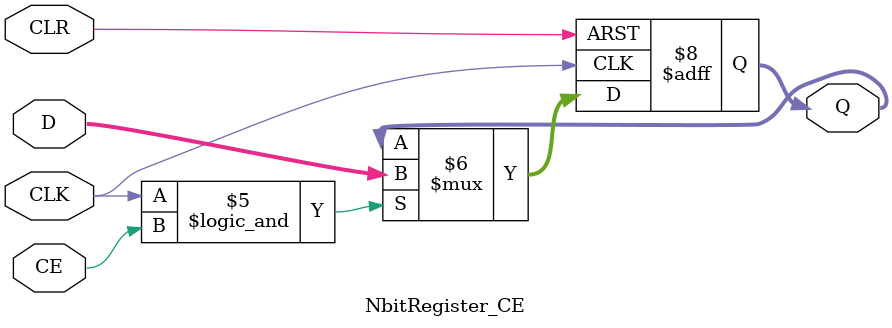
<source format=v>
module NbitRegister_CE #(parameter N = 32)
		(
		input [N-1:0] D,
		input CLK, CLR, CE,
		output reg [N-1:0] Q);
		
			always @ (posedge CLK, negedge CLR)
				begin
					if (CLR == 1'b0) Q <= 0;
					else if ((CLK == 1'b1) && (CE == 1'b1)) Q <= D;
				end
endmodule 
</source>
